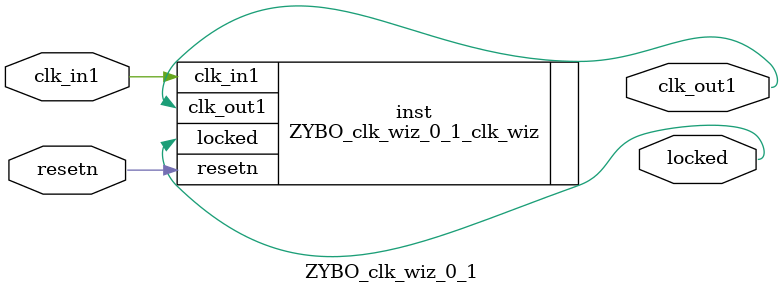
<source format=v>


`timescale 1ps/1ps

(* CORE_GENERATION_INFO = "ZYBO_clk_wiz_0_1,clk_wiz_v5_3_1,{component_name=ZYBO_clk_wiz_0_1,use_phase_alignment=true,use_min_o_jitter=false,use_max_i_jitter=false,use_dyn_phase_shift=false,use_inclk_switchover=false,use_dyn_reconfig=false,enable_axi=0,feedback_source=FDBK_AUTO,PRIMITIVE=MMCM,num_out_clk=1,clkin1_period=10.0,clkin2_period=10.0,use_power_down=false,use_reset=true,use_locked=true,use_inclk_stopped=false,feedback_type=SINGLE,CLOCK_MGR_TYPE=NA,manual_override=false}" *)

module ZYBO_clk_wiz_0_1 
 (
 // Clock in ports
  input         clk_in1,
  // Clock out ports
  output        clk_out1,
  // Status and control signals
  input         resetn,
  output        locked
 );

  ZYBO_clk_wiz_0_1_clk_wiz inst
  (
 // Clock in ports
  .clk_in1(clk_in1),
  // Clock out ports  
  .clk_out1(clk_out1),
  // Status and control signals               
  .resetn(resetn), 
  .locked(locked)            
  );

endmodule

</source>
